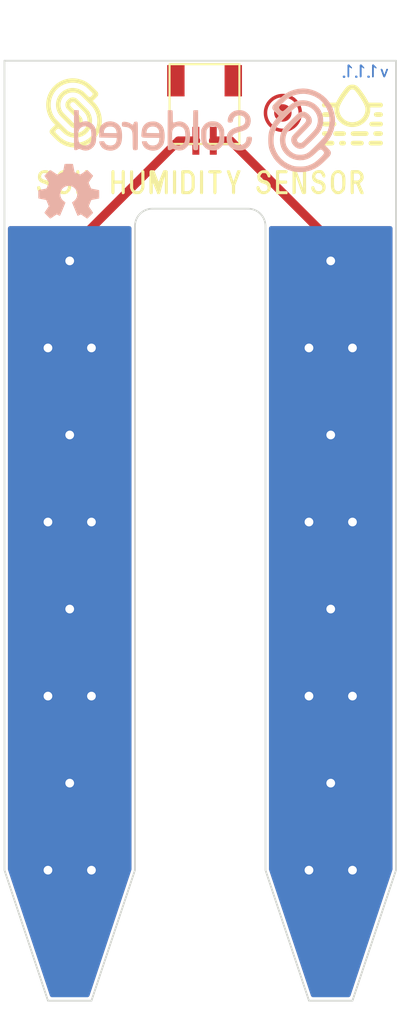
<source format=kicad_pcb>
(kicad_pcb (version 20210623) (generator pcbnew)
  (title_block (title "Soil humidity sensor") (date "2021-07-05") (rev "V1.1.1.") (company "SOLDERED") (comment 1 "333075"))
  (layers (0 "F.Cu" signal) (31 "B.Cu" signal) (34 "B.Paste" user) (35 "F.Paste" user) (36 "B.SilkS" user "B.Silkscreen") (37 "F.SilkS" user "F.Silkscreen") (38 "B.Mask" user) (39 "F.Mask" user) (44 "Edge.Cuts" user))
  (net 0 "")
  (net 1 "Net-(K1-Pad1)")
  (net 2 "Net-(K1-Pad2)")
  (footprint "e-radionica.com footprinti:JST-SH_2pin_1mm_C145954" (layer "F.Cu") (at 111.5 78.1 180)
    (fp_text reference "K1")
    (fp_text value "JST-SH_2pin_1mm_C145954")
    (pad "" smd rect (at 1.65 0.95 180) (size 1 1.8) (layers "F.Cu" "F.Paste" "F.Mask"))
    (pad "" smd rect (at -1.65 0.95 180) (size 1 1.8) (layers "F.Cu" "F.Paste" "F.Mask"))
    (pad "1" smd rect (at 0.5 -2.5 180) (size 0.4 1.6) (layers "F.Cu" "F.Paste" "F.Mask") (net 1 "Net-(K1-Pad1)"))
    (pad "2" smd rect (at -0.5 -2.5 180) (size 0.4 1.6) (layers "F.Cu" "F.Paste" "F.Mask") (net 2 "Net-(K1-Pad2)"))
  )
  (footprint "e-radionica.com footprinti:PAD_2x1.5" (layer "F.Cu") (at 103.75 127.5)
    (fp_text reference "PAD2")
    (fp_text value "PAD_2x1.5")
    (pad "1" smd rect locked (at 0 0) (size 2 1.5) (layers "F.Cu" "F.Mask") (net 1 "Net-(K1-Pad1)"))
  )
  (footprint "e-radionica.com footprinti:FIDUCIAL_23" (layer "F.Cu") (at 116 79)
    (fp_text reference "FD1")
    (fp_text value "FIDUCIAL")
    (fp_circle (center 0 0) (end 1 0) (layer "F.Cu") (width 0.2) (fill none))
    (pad "1" smd circle locked (at 0 0) (size 1 1) (layers "F.Cu" "F.Paste" "F.Mask") (clearance 1.1))
  )
  (footprint "Soldered Graphics:Logo-Back-OSH-3.5mm" (layer "F.Cu") (at 103.7 83.5)
    (fp_text reference "G***" hide)
    (fp_text value "LOGO" hide)
  )
  (footprint "buzzardLabel" (layer "F.Cu") (at 111.25 83)
    (fp_text reference "" (at 0 0) (layer "F.SilkS") (effects (font (size 1.27 1.27))))
    (fp_text value "" (at 0 0) (layer "F.SilkS") (effects (font (size 1.27 1.27))))
  )
  (footprint "e-radionica.com footprinti:PAD_2x1.5" (layer "F.Cu") (at 118.75 127.5)
    (fp_text reference "PAD1")
    (fp_text value "PAD_2x1.5")
    (pad "1" smd rect locked (at 0 0) (size 2 1.5) (layers "F.Cu" "F.Mask") (net 2 "Net-(K1-Pad2)"))
  )
  (footprint "Soldered Graphics:Symbol-Front-Water-Sensoric" (layer "F.Cu") (at 120 79.12)
    (fp_text reference "G***" hide)
    (fp_text value "LOGO" hide)
  )
  (footprint "Soldered Graphics:Logo-Front-Soldered-4mm" (layer "F.Cu") (at 104 79)
    (fp_text reference "G***" hide)
    (fp_text value "LOGO" hide)
  )
  (footprint "Soldered Graphics:Logo-Back-SolderedFULL-15mm" (layer "F.Cu") (at 111.5 80)
    (fp_text reference "REF**" hide)
    (fp_text value "Logo-Front-SolderedFULL-15mm" hide)
  )
  (footprint "Soldered Graphics:Version1.1.1." (layer "B.Cu") (at 120.7 76.6 180)
    (fp_text reference "REF**" hide)
    (fp_text value "Version1.1.1." hide)
    (fp_poly (pts (xy -0.27 -0.38) (xy -0.22 -0.38) (xy -0.17 -0.37) (xy -0.16 -0.33) (xy -0.16 -0.27) (xy -0.21 -0.26) (xy -0.26 -0.26) (xy -0.29 -0.29) (xy -0.29 -0.34) (xy -0.27 -0.38)) (layer "B.Cu") (width 0.01) (fill solid))
    (fp_poly (pts (xy 0.43 -0.38) (xy 0.48 -0.38) (xy 0.54 -0.37) (xy 0.54 -0.33) (xy 0.54 -0.27) (xy 0.5 -0.26) (xy 0.45 -0.26) (xy 0.42 -0.29) (xy 0.42 -0.34) (xy 0.43 -0.38)) (layer "B.Cu") (width 0.01) (fill solid))
    (fp_poly (pts (xy 0.21 -0.35) (xy 0.26 -0.35) (xy 0.28 -0.31) (xy 0.28 0.35) (xy 0.24 0.38) (xy 0.19 0.38) (xy 0.15 0.34) (xy 0.04 0.22) (xy 0.02 0.17) (xy 0.05 0.16) (xy 0.14 0.22) (xy 0.18 0.23) (xy 0.18 -0.31) (xy 0.21 -0.35)) (layer "B.Cu") (width 0.01) (fill solid))
    (fp_poly (pts (xy 1.14 -0.38) (xy 1.19 -0.38) (xy 1.24 -0.37) (xy 1.25 -0.33) (xy 1.25 -0.27) (xy 1.2 -0.26) (xy 1.15 -0.26) (xy 1.12 -0.29) (xy 1.12 -0.34) (xy 1.14 -0.38)) (layer "B.Cu") (width 0.01) (fill solid))
    (fp_poly (pts (xy -1.15 -0.35) (xy -1.1 -0.35) (xy -1.07 -0.31) (xy -0.92 0.1) (xy -0.94 0.13) (xy -0.99 0.13) (xy -1.02 0.1) (xy -1.11 -0.16) (xy -1.13 -0.21) (xy -1.15 -0.17) (xy -1.24 0.09) (xy -1.26 0.13) (xy -1.32 0.13) (xy -1.34 0.1) (xy -1.18 -0.31) (xy -1.15 -0.35)) (layer "B.Cu") (width 0.01) (fill solid))
    (fp_poly (pts (xy 0.91 -0.35) (xy 0.96 -0.35) (xy 0.98 -0.31) (xy 0.98 0.35) (xy 0.95 0.38) (xy 0.89 0.38) (xy 0.86 0.34) (xy 0.74 0.22) (xy 0.73 0.17) (xy 0.76 0.16) (xy 0.85 0.22) (xy 0.89 0.23) (xy 0.89 -0.31) (xy 0.91 -0.35)) (layer "B.Cu") (width 0.01) (fill solid))
    (fp_poly (pts (xy -0.5 -0.35) (xy -0.44 -0.35) (xy -0.43 -0.31) (xy -0.43 0.35) (xy -0.46 0.38) (xy -0.52 0.38) (xy -0.55 0.34) (xy -0.67 0.22) (xy -0.68 0.17) (xy -0.65 0.16) (xy -0.56 0.22) (xy -0.52 0.23) (xy -0.52 -0.31) (xy -0.5 -0.35)) (layer "B.Cu") (width 0.01) (fill solid))
  )
  (gr_line (start 102.5 130) (end 100 122.5) (layer "Edge.Cuts") (width 0.1))
  (gr_line (start 102.5 130) (end 105 130) (layer "Edge.Cuts") (width 0.1))
  (gr_line (start 120 130) (end 117.5 130) (layer "Edge.Cuts") (width 0.1))
  (gr_line (start 115 122.5) (end 115 85.5) (layer "Edge.Cuts") (width 0.1))
  (gr_arc (start 108.5 85.5) (end 108.5 84.5) (angle -90) (layer "Edge.Cuts") (width 0.1))
  (gr_line (start 120 130) (end 122.5 122.5) (layer "Edge.Cuts") (width 0.1))
  (gr_line (start 108.5 84.5) (end 114 84.5) (layer "Edge.Cuts") (width 0.1))
  (gr_line (start 100 122.5) (end 100 76) (layer "Edge.Cuts") (width 0.1))
  (gr_line (start 107.5 122.5) (end 105 130) (layer "Edge.Cuts") (width 0.1))
  (gr_arc (start 114 85.5) (end 115 85.5) (angle -90) (layer "Edge.Cuts") (width 0.1))
  (gr_line (start 100 76) (end 122.5 76) (layer "Edge.Cuts") (width 0.1))
  (gr_line (start 115 122.5) (end 117.5 130) (layer "Edge.Cuts") (width 0.1))
  (gr_line (start 107.5 122.5) (end 107.5 85.5) (layer "Edge.Cuts") (width 0.1))
  (gr_line (start 122.5 76) (end 122.5 122.5) (layer "Edge.Cuts") (width 0.1))
  (segment (start 110 80.6) (end 103.75 86.85) (width 0.5) (layer "F.Cu") (net 1))
  (segment (start 111 80.6) (end 110 80.6) (width 0.5) (layer "F.Cu") (net 1))
  (segment (start 103.75 86.85) (end 103.75 87.5) (width 0.5) (layer "F.Cu") (net 1))
  (via (at 103.75 97.5) (size 1) (drill 0.5) (layers "F.Cu" "B.Cu") (net 1))
  (via (at 103.75 107.5) (size 1) (drill 0.5) (layers "F.Cu" "B.Cu") (net 1))
  (via (at 103.75 87.5) (size 1) (drill 0.5) (layers "F.Cu" "B.Cu") (net 1))
  (via (at 105 122.5) (size 1) (drill 0.5) (layers "F.Cu" "B.Cu") (net 1))
  (via (at 105 112.5) (size 1) (drill 0.5) (layers "F.Cu" "B.Cu") (net 1))
  (via (at 103.75 117.5) (size 1) (drill 0.5) (layers "F.Cu" "B.Cu") (net 1))
  (via (at 105 92.5) (size 1) (drill 0.5) (layers "F.Cu" "B.Cu") (net 1))
  (via (at 102.5 112.5) (size 1) (drill 0.5) (layers "F.Cu" "B.Cu") (net 1))
  (via (at 102.5 122.5) (size 1) (drill 0.5) (layers "F.Cu" "B.Cu") (net 1))
  (via (at 105 102.5) (size 1) (drill 0.5) (layers "F.Cu" "B.Cu") (net 1))
  (via (at 102.5 92.5) (size 1) (drill 0.5) (layers "F.Cu" "B.Cu") (net 1))
  (via (at 102.5 102.5) (size 1) (drill 0.5) (layers "F.Cu" "B.Cu") (net 1))
  (segment (start 112 80.6) (end 113 80.6) (width 0.5) (layer "F.Cu") (net 2))
  (segment (start 118.75 86.35) (end 118.75 87.5) (width 0.5) (layer "F.Cu") (net 2))
  (segment (start 113 80.6) (end 118.75 86.35) (width 0.5) (layer "F.Cu") (net 2))
  (via (at 117.5 92.5) (size 1) (drill 0.5) (layers "F.Cu" "B.Cu") (net 2))
  (via (at 120 92.5) (size 1) (drill 0.5) (layers "F.Cu" "B.Cu") (net 2))
  (via (at 117.5 122.5) (size 1) (drill 0.5) (layers "F.Cu" "B.Cu") (net 2))
  (via (at 120 122.5) (size 1) (drill 0.5) (layers "F.Cu" "B.Cu") (net 2))
  (via (at 118.75 87.5) (size 1) (drill 0.5) (layers "F.Cu" "B.Cu") (net 2))
  (via (at 117.5 102.5) (size 1) (drill 0.5) (layers "F.Cu" "B.Cu") (net 2))
  (via (at 120 112.5) (size 1) (drill 0.5) (layers "F.Cu" "B.Cu") (net 2))
  (via (at 118.75 97.5) (size 1) (drill 0.5) (layers "F.Cu" "B.Cu") (net 2))
  (via (at 117.5 112.5) (size 1) (drill 0.5) (layers "F.Cu" "B.Cu") (net 2))
  (via (at 118.75 107.5) (size 1) (drill 0.5) (layers "F.Cu" "B.Cu") (net 2))
  (via (at 120 102.5) (size 1) (drill 0.5) (layers "F.Cu" "B.Cu") (net 2))
  (via (at 118.75 117.5) (size 1) (drill 0.5) (layers "F.Cu" "B.Cu") (net 2))
  (zone (net 1) (net_name "Net-(K1-Pad1)") (layers F&B.Cu) (connect_pads yes (clearance 0)) (min_thickness 0.254) (fill yes (thermal_gap 0.508) (thermal_bridge_width 0.508))
    (polygon (pts (xy 107.5 122.5) (xy 105 130) (xy 102.5 130) (xy 100 122.5) (xy 100 85.5) (xy 107.5 85.5)))
  )
  (zone (net 2) (net_name "Net-(K1-Pad2)") (layers F&B.Cu) (connect_pads yes (clearance 0)) (min_thickness 0.254) (fill yes (thermal_gap 0.508) (thermal_bridge_width 0.508))
    (polygon (pts (xy 122.5 122.5) (xy 120 130) (xy 117.5 130) (xy 115 122.5) (xy 115 85.5) (xy 122.5 85.5)))
  )
)
</source>
